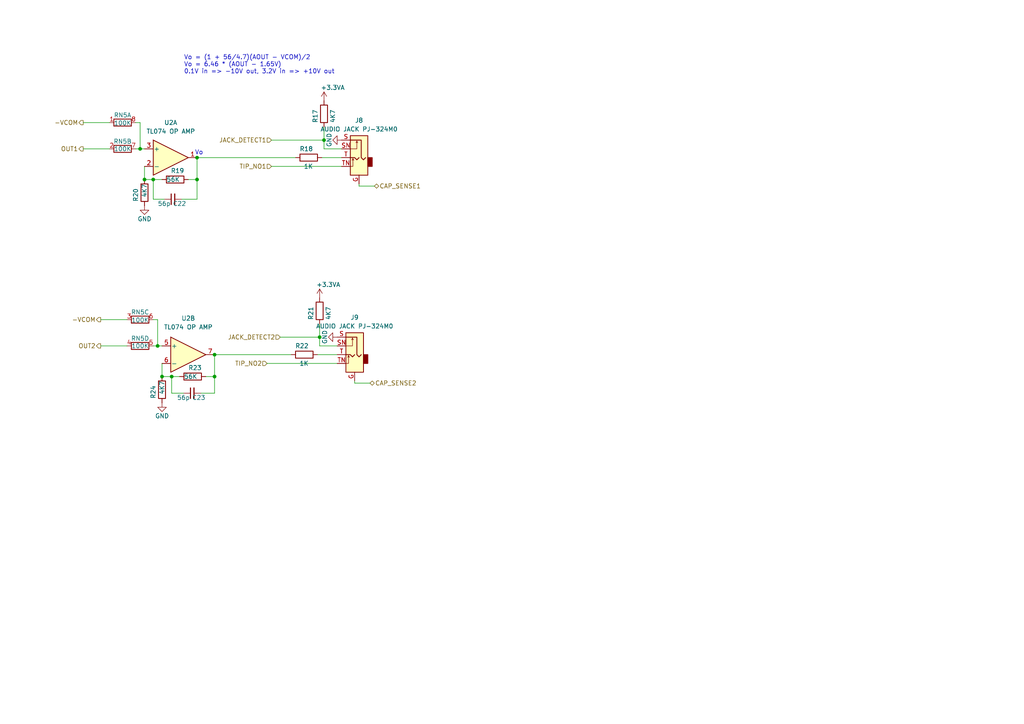
<source format=kicad_sch>
(kicad_sch (version 20230121) (generator eeschema)
  (paper "A4")
  (lib_symbols
    (symbol "Amplifier_Operational:TL074" (pin_names (offset 0.127))
      (property "Reference" "U" (at 0 5.08 0))
      (property "Value" "TL074" (at 0 -5.08 0))
      (symbol "TL074_1_1"
        (polyline (pts (xy -5.08 5.08) (xy 5.08 0) (xy -5.08 -5.08) (xy -5.08 5.08)) (stroke (width 0.254)) (fill (type background)))
        (pin output line (at 7.62 0 180) (length 2.54) (name "~") (number "1"))
        (pin input line (at -7.62 -2.54 0) (length 2.54) (name "-") (number "2"))
        (pin input line (at -7.62 2.54 0) (length 2.54) (name "+") (number "3"))
      )
      (symbol "TL074_2_1"
        (polyline (pts (xy -5.08 5.08) (xy 5.08 0) (xy -5.08 -5.08) (xy -5.08 5.08)) (stroke (width 0.254)) (fill (type background)))
        (pin input line (at -7.62 2.54 0) (length 2.54) (name "+") (number "5"))
        (pin input line (at -7.62 -2.54 0) (length 2.54) (name "-") (number "6"))
        (pin output line (at 7.62 0 180) (length 2.54) (name "~") (number "7"))
      )
      (symbol "TL074_3_1"
        (polyline (pts (xy -5.08 5.08) (xy 5.08 0) (xy -5.08 -5.08) (xy -5.08 5.08)) (stroke (width 0.254)) (fill (type background)))
        (pin input line (at -7.62 2.54 0) (length 2.54) (name "+") (number "10"))
        (pin output line (at 7.62 0 180) (length 2.54) (name "~") (number "8"))
        (pin input line (at -7.62 -2.54 0) (length 2.54) (name "-") (number "9"))
      )
      (symbol "TL074_4_1"
        (polyline (pts (xy -5.08 5.08) (xy 5.08 0) (xy -5.08 -5.08) (xy -5.08 5.08)) (stroke (width 0.254)) (fill (type background)))
        (pin input line (at -7.62 2.54 0) (length 2.54) (name "+") (number "12"))
        (pin input line (at -7.62 -2.54 0) (length 2.54) (name "-") (number "13"))
        (pin output line (at 7.62 0 180) (length 2.54) (name "~") (number "14"))
      )
      (symbol "TL074_5_1"
        (pin power_in line (at -2.54 -7.62 90) (length 3.81) (name "V-") (number "11"))
        (pin power_in line (at -2.54 7.62 270) (length 3.81) (name "V+") (number "4"))
      )
    )
    (symbol "Connector:AudioJack2_Ground_Switch"
      (property "Reference" "J" (at 0 11.43 0))
      (property "Value" "AudioJack2_Ground_Switch" (at 0 8.89 0))
      (symbol "AudioJack2_Ground_Switch_0_1"
        (rectangle (start -2.54 -2.54) (end -3.81 0) (stroke (width 0.254)) (fill (type outline)))
        (rectangle (start 2.54 6.35) (end -2.54 -5.08) (stroke (width 0.254)) (fill (type background)))
      )
      (symbol "AudioJack2_Ground_Switch_1_1"
        (polyline (pts (xy 0.635 4.826) (xy 0.889 4.318)))
        (polyline (pts (xy 1.778 -0.254) (xy 2.032 -0.762)))
        (polyline (pts (xy 0 0) (xy 0.635 -0.635) (xy 1.27 0) (xy 2.54 0)) (stroke (width 0.254)))
        (polyline (pts (xy 2.54 -2.54) (xy 1.778 -2.54) (xy 1.778 -0.254) (xy 1.524 -0.762)))
        (polyline (pts (xy 2.54 2.54) (xy 0.635 2.54) (xy 0.635 4.826) (xy 0.381 4.318)))
        (polyline (pts (xy 2.54 5.08) (xy -0.635 5.08) (xy -0.635 0) (xy -1.27 -0.635) (xy -1.905 0)) (stroke (width 0.254)))
        (pin passive line (at 0 -7.62 90) (length 2.54) (name "~") (number "G"))
        (pin passive line (at 5.08 5.08 180) (length 2.54) (name "~") (number "S"))
        (pin passive line (at 5.08 2.54 180) (length 2.54) (name "~") (number "SN"))
        (pin passive line (at 5.08 0 180) (length 2.54) (name "~") (number "T"))
        (pin passive line (at 5.08 -2.54 180) (length 2.54) (name "~") (number "TN"))
      )
    )
    (symbol "Device:C_Small" (pin_numbers hide) (pin_names (offset 0.254) hide)
      (property "Reference" "C" (at 0.254 1.778 0))
      (property "Value" "C_Small" (at 0.254 -2.032 0))
      (symbol "C_Small_0_1"
        (polyline (pts (xy -1.524 -0.508) (xy 1.524 -0.508)) (stroke (width 0.3302)))
        (polyline (pts (xy -1.524 0.508) (xy 1.524 0.508)) (stroke (width 0.3048)))
      )
      (symbol "C_Small_1_1"
        (pin passive line (at 0 2.54 270) (length 2.032) (name "~") (number "1"))
        (pin passive line (at 0 -2.54 90) (length 2.032) (name "~") (number "2"))
      )
    )
    (symbol "Device:R" (pin_numbers hide) (pin_names (offset 0))
      (property "Reference" "R" (at 2.032 0 90))
      (property "Value" "R" (at 0 0 90))
      (symbol "R_0_1"
        (rectangle (start -1.016 -2.54) (end 1.016 2.54) (stroke (width 0.254)))
      )
      (symbol "R_1_1"
        (pin passive line (at 0 3.81 270) (length 1.27) (name "~") (number "1"))
        (pin passive line (at 0 -3.81 90) (length 1.27) (name "~") (number "2"))
      )
    )
    (symbol "Device:R_Pack04_Split" (pin_names (offset 0) hide)
      (property "Reference" "RN" (at 2.032 0 90))
      (property "Value" "R_Pack04_Split" (at 0 0 90))
      (symbol "R_Pack04_Split_0_1"
        (rectangle (start 1.016 2.54) (end -1.016 -2.54) (stroke (width 0.254)))
      )
      (symbol "R_Pack04_Split_1_1"
        (pin passive line (at 0 -3.81 90) (length 1.27) (name "R1.1") (number "1"))
        (pin passive line (at 0 3.81 270) (length 1.27) (name "R1.2") (number "8"))
      )
      (symbol "R_Pack04_Split_2_1"
        (pin passive line (at 0 -3.81 90) (length 1.27) (name "R2.1") (number "2"))
        (pin passive line (at 0 3.81 270) (length 1.27) (name "R2.2") (number "7"))
      )
      (symbol "R_Pack04_Split_3_1"
        (pin passive line (at 0 -3.81 90) (length 1.27) (name "R3.1") (number "3"))
        (pin passive line (at 0 3.81 270) (length 1.27) (name "R3.2") (number "6"))
      )
      (symbol "R_Pack04_Split_4_1"
        (pin passive line (at 0 -3.81 90) (length 1.27) (name "R4.1") (number "4"))
        (pin passive line (at 0 3.81 270) (length 1.27) (name "R4.2") (number "5"))
      )
    )
    (symbol "power:+3.3VA" (power) (pin_names (offset 0))
      (property "Value" "+3.3VA" (at 0 3.556 0))
      (symbol "+3.3VA_0_1"
        (polyline (pts (xy -0.762 1.27) (xy 0 2.54)))
        (polyline (pts (xy 0 0) (xy 0 2.54)))
        (polyline (pts (xy 0 2.54) (xy 0.762 1.27)))
      )
      (symbol "+3.3VA_1_1"
        (pin power_in line (at 0 0 90) (length 0) hide (name "+3.3VA") (number "1"))
      )
    )
    (symbol "power:GND" (power) (pin_names (offset 0))
      (property "Value" "GND" (at 0 -3.81 0))
      (symbol "GND_0_1"
        (polyline (pts (xy 0 0) (xy 0 -1.27) (xy 1.27 -1.27) (xy 0 -2.54) (xy -1.27 -1.27) (xy 0 -1.27)))
      )
      (symbol "GND_1_1"
        (pin power_in line (at 0 0 270) (length 0) hide (name "GND") (number "1"))
      )
    )
  )
  (junction (at 46.99 109.22))
  (junction (at 62.23 102.87))
  (junction (at 62.23 109.22))
  (junction (at 57.15 52.07))
  (junction (at 57.15 45.72))
  (junction (at 45.72 100.33))
  (junction (at 92.71 97.79))
  (junction (at 40.64 43.18))
  (junction (at 44.45 52.07))
  (junction (at 49.7891 109.22))
  (junction (at 93.98 40.64))
  (junction (at 41.91 52.07))
  (wire (pts (xy 46.99 109.22) (xy 46.99 105.41)))
  (wire (pts (xy 92.71 100.33) (xy 92.71 97.79)))
  (wire (pts (xy 24.13 43.18) (xy 31.75 43.18)))
  (wire (pts (xy 49.7891 114.046) (xy 49.7891 109.22)))
  (wire (pts (xy 57.15 52.07) (xy 57.15 45.72)))
  (wire (pts (xy 45.72 100.33) (xy 46.99 100.33)))
  (wire (pts (xy 45.72 92.71) (xy 45.72 100.33)))
  (wire (pts (xy 47.625 57.785) (xy 44.45 57.785)))
  (wire (pts (xy 24.13 35.56) (xy 31.75 35.56)))
  (wire (pts (xy 92.075 102.87) (xy 97.79 102.87)))
  (wire (pts (xy 46.99 52.07) (xy 44.45 52.07)))
  (wire (pts (xy 40.64 35.56) (xy 40.64 43.18)))
  (wire (pts (xy 40.64 43.18) (xy 41.91 43.18)))
  (wire (pts (xy 44.45 52.07) (xy 41.91 52.07)))
  (wire (pts (xy 93.98 43.18) (xy 99.06 43.18)))
  (wire (pts (xy 39.37 35.56) (xy 40.64 35.56)))
  (wire (pts (xy 62.23 102.87) (xy 84.455 102.87)))
  (wire (pts (xy 92.71 97.79) (xy 92.71 93.98)))
  (wire (pts (xy 92.71 100.33) (xy 97.79 100.33)))
  (wire (pts (xy 93.98 40.64) (xy 93.98 36.83)))
  (wire (pts (xy 39.37 43.18) (xy 40.64 43.18)))
  (wire (pts (xy 41.91 52.07) (xy 41.91 48.26)))
  (wire (pts (xy 49.7891 109.22) (xy 46.99 109.22)))
  (wire (pts (xy 44.45 92.71) (xy 45.72 92.71)))
  (wire (pts (xy 53.213 114.046) (xy 49.7891 114.046)))
  (wire (pts (xy 108.585 53.975) (xy 104.14 53.975)))
  (wire (pts (xy 99.06 48.26) (xy 78.74 48.26)))
  (wire (pts (xy 62.23 114.046) (xy 62.23 109.22)))
  (wire (pts (xy 52.705 57.785) (xy 57.15 57.785)))
  (wire (pts (xy 59.69 109.22) (xy 62.23 109.22)))
  (wire (pts (xy 57.15 57.785) (xy 57.15 52.07)))
  (wire (pts (xy 57.15 45.72) (xy 85.725 45.72)))
  (wire (pts (xy 62.23 109.22) (xy 62.23 102.87)))
  (wire (pts (xy 54.61 52.07) (xy 57.15 52.07)))
  (wire (pts (xy 102.87 110.49) (xy 102.87 111.125)))
  (wire (pts (xy 107.315 111.125) (xy 102.87 111.125)))
  (wire (pts (xy 29.21 100.33) (xy 36.83 100.33)))
  (wire (pts (xy 78.74 40.64) (xy 93.98 40.64)))
  (wire (pts (xy 29.21 92.71) (xy 36.83 92.71)))
  (wire (pts (xy 81.28 97.79) (xy 92.71 97.79)))
  (wire (pts (xy 93.98 43.18) (xy 93.98 40.64)))
  (wire (pts (xy 44.45 100.33) (xy 45.72 100.33)))
  (wire (pts (xy 104.14 53.34) (xy 104.14 53.975)))
  (wire (pts (xy 58.293 114.046) (xy 62.23 114.046)))
  (wire (pts (xy 93.345 45.72) (xy 99.06 45.72)))
  (wire (pts (xy 44.45 57.785) (xy 44.45 52.07)))
  (wire (pts (xy 52.07 109.22) (xy 49.7891 109.22)))
  (wire (pts (xy 97.79 105.41) (xy 77.47 105.41)))
  (text "Vo" (at 56.515 45.085 0) (effects (font (size 1.27 1.27)) (justify left bottom)))
  (text "Vo = (1 + 56/4.7)(AOUT - VCOM)/2\nVo = 6.46 * (AOUT - 1.65V)\n0.1V in => -10V out, 3.2V in => +10V out" (at 53.34 21.59 0) (effects (font (size 1.27 1.27)) (justify left bottom)))
  (hierarchical_label "CAP_SENSE1" (shape bidirectional) (at 108.585 53.975 0))
  (hierarchical_label "TIP_NO1" (shape input) (at 78.74 48.26 180))
  (hierarchical_label "TIP_NO2" (shape input) (at 77.47 105.41 180))
  (hierarchical_label "OUT1" (shape output) (at 24.13 43.18 180))
  (hierarchical_label "-VCOM" (shape output) (at 29.21 92.71 180))
  (hierarchical_label "-VCOM" (shape output) (at 24.13 35.56 180))
  (hierarchical_label "CAP_SENSE2" (shape bidirectional) (at 107.315 111.125 0))
  (hierarchical_label "OUT2" (shape output) (at 29.21 100.33 180))
  (hierarchical_label "JACK_DETECT2" (shape input) (at 81.28 97.79 180))
  (hierarchical_label "JACK_DETECT1" (shape input) (at 78.74 40.64 180))
  (symbol (lib_id "Device:R") (at 92.71 90.17 180) (unit 1)
    (property "Reference" "R21" (at 90.17 88.9 90) (effects (justify left)))
    (property "Value" "4K7" (at 95.25 88.9 90) (effects (justify left)))
    (property "Footprint" "Resistor_SMD:R_0402_1005Metric" (effects hide))
    (property "Datasheet" "https://datasheet.lcsc.com/lcsc/1809041728_YAGEO-RC0402FR-074K7L_C105871.pdf" (effects hide))
    (property "lcsc#" "C105871" (effects hide))
    (property "mfg#" "RC0402FR-074K7L" (effects hide))
    (instances (project "eurorack-pmod-pcb" (path "" (reference "R21") (unit 1)) (path "" (reference "R29") (unit 1))))
  )
  (symbol (lib_id "Device:R_Pack04_Split") (at 40.64 92.71 270) (unit 3)
    (property "Reference" "RN5" (at 40.64 90.551 90))
    (property "Value" "100K" (at 40.64 92.837 90))
    (property "Footprint" "Resistor_SMD:R_Array_Convex_4x0402" (effects hide))
    (property "Datasheet" "https://datasheet.lcsc.com/lcsc/1811141451_YAGEO-YC124-FR-07100KL_C326786.pdf" (effects hide))
    (property "mfg#" "YC124-FR-07100KL" (effects hide))
    (property "lcsc#" "C326786" (effects hide))
    (instances (project "eurorack-pmod-pcb" (path "" (reference "RN5") (unit 3)) (path "" (reference "RN6") (unit 3))))
  )
  (symbol (lib_id "Device:R_Pack04_Split") (at 40.64 100.33 270) (unit 4)
    (property "Reference" "RN5" (at 40.64 98.171 90))
    (property "Value" "100K" (at 40.64 100.33 90))
    (property "Footprint" "Resistor_SMD:R_Array_Convex_4x0402" (effects hide))
    (property "Datasheet" "https://datasheet.lcsc.com/lcsc/1811141451_YAGEO-YC124-FR-07100KL_C326786.pdf" (effects hide))
    (property "mfg#" "YC124-FR-07100KL" (effects hide))
    (property "lcsc#" "C326786" (effects hide))
    (instances (project "eurorack-pmod-pcb" (path "" (reference "RN5") (unit 4)) (path "" (reference "RN6") (unit 4))))
  )
  (symbol (lib_id "power:GND") (at 97.79 97.79 270) (mirror x) (unit 1)
    (property "Reference" "#PWR084" (effects hide))
    (property "Value" "GND" (at 94.2028 99.8064 0) (effects (justify left)))
    (instances (project "eurorack-pmod-pcb" (path "" (reference "#PWR084") (unit 1)) (path "" (reference "#PWR092") (unit 1))))
  )
  (symbol (lib_id "Device:R_Pack04_Split") (at 35.56 43.18 270) (unit 2)
    (property "Reference" "RN5" (at 35.56 41.021 90))
    (property "Value" "100K" (at 35.56 43.18 90))
    (property "Footprint" "Resistor_SMD:R_Array_Convex_4x0402" (effects hide))
    (property "Datasheet" "https://datasheet.lcsc.com/lcsc/1811141451_YAGEO-YC124-FR-07100KL_C326786.pdf" (effects hide))
    (property "mfg#" "YC124-FR-07100KL" (effects hide))
    (property "lcsc#" "C326786" (effects hide))
    (instances (project "eurorack-pmod-pcb" (path "" (reference "RN5") (unit 2)) (path "" (reference "RN6") (unit 2))))
  )
  (symbol (lib_id "Device:R") (at 46.99 113.03 180) (unit 1)
    (property "Reference" "R24" (at 44.45 111.76 90) (effects (justify left)))
    (property "Value" "4K7" (at 46.99 110.49 90) (effects (justify left)))
    (property "Footprint" "Resistor_SMD:R_0402_1005Metric" (effects hide))
    (property "Datasheet" "https://datasheet.lcsc.com/lcsc/1809041728_YAGEO-RC0402FR-074K7L_C105871.pdf" (effects hide))
    (property "lcsc#" "C105871" (effects hide))
    (property "mfg#" "RC0402FR-074K7L" (effects hide))
    (instances (project "eurorack-pmod-pcb" (path "" (reference "R24") (unit 1)) (path "" (reference "R32") (unit 1))))
  )
  (symbol (lib_id "Device:R") (at 89.535 45.72 90) (unit 1)
    (property "Reference" "R18" (at 90.805 43.18 90) (effects (justify left)))
    (property "Value" "1K" (at 90.805 48.26 90) (effects (justify left)))
    (property "Footprint" "Resistor_SMD:R_0603_1608Metric" (effects hide))
    (property "Datasheet" "https://datasheet.lcsc.com/lcsc/1810182020_YAGEO-RC0603FR-071KL_C22548.pdf" (effects hide))
    (property "lcsc#" "C22548" (effects hide))
    (property "mfg#" "RC0603FR-071KL" (effects hide))
    (instances (project "eurorack-pmod-pcb" (path "" (reference "R18") (unit 1)) (path "" (reference "R26") (unit 1))))
  )
  (symbol (lib_id "power:GND") (at 41.91 59.69 0) (unit 1)
    (property "Reference" "#PWR082" (effects hide))
    (property "Value" "GND" (at 39.878 63.5 0) (effects (justify left)))
    (instances (project "eurorack-pmod-pcb" (path "" (reference "#PWR082") (unit 1)) (path "" (reference "#PWR090") (unit 1))))
  )
  (symbol (lib_id "Connector:AudioJack2_Ground_Switch") (at 104.14 45.72 0) (mirror y) (unit 1)
    (property "Reference" "J8" (at 104.14 34.925 0))
    (property "Value" "AUDIO JACK PJ-324M0" (at 104.14 37.465 0))
    (property "Footprint" "AudioJacksFixed:pj324m" (effects hide))
    (property "Datasheet" "https://datasheet.lcsc.com/lcsc/2110120730_XKB-Connectivity-PJ-324M0_C2884986.pdf" (effects hide))
    (property "lcsc#" "C2884986" (effects hide))
    (property "mfg#" "PJ-324M0" (effects hide))
    (instances (project "eurorack-pmod-pcb" (path "" (reference "J8") (unit 1)) (path "" (reference "J10") (unit 1))))
  )
  (symbol (lib_id "Connector:AudioJack2_Ground_Switch") (at 102.87 102.87 0) (mirror y) (unit 1)
    (property "Reference" "J9" (at 102.87 92.075 0))
    (property "Value" "AUDIO JACK PJ-324M0" (at 102.87 94.615 0))
    (property "Footprint" "AudioJacksFixed:pj324m" (effects hide))
    (property "Datasheet" "https://datasheet.lcsc.com/lcsc/2110120730_XKB-Connectivity-PJ-324M0_C2884986.pdf" (effects hide))
    (property "lcsc#" "C2884986" (effects hide))
    (property "mfg#" "PJ-324M0" (effects hide))
    (instances (project "eurorack-pmod-pcb" (path "" (reference "J9") (unit 1)) (path "" (reference "J11") (unit 1))))
  )
  (symbol (lib_id "Device:R") (at 93.98 33.02 180) (unit 1)
    (property "Reference" "R17" (at 91.44 31.75 90) (effects (justify left)))
    (property "Value" "4K7" (at 96.52 31.75 90) (effects (justify left)))
    (property "Footprint" "Resistor_SMD:R_0402_1005Metric" (effects hide))
    (property "Datasheet" "https://datasheet.lcsc.com/lcsc/1809041728_YAGEO-RC0402FR-074K7L_C105871.pdf" (effects hide))
    (property "lcsc#" "C105871" (effects hide))
    (property "mfg#" "RC0402FR-074K7L" (effects hide))
    (instances (project "eurorack-pmod-pcb" (path "" (reference "R17") (unit 1)) (path "" (reference "R25") (unit 1))))
  )
  (symbol (lib_id "Device:R") (at 50.8 52.07 270) (unit 1)
    (property "Reference" "R19" (at 49.53 49.53 90) (effects (justify left)))
    (property "Value" "56K" (at 48.26 52.07 90) (effects (justify left)))
    (property "Footprint" "Resistor_SMD:R_0402_1005Metric" (effects hide))
    (property "Datasheet" "https://datasheet.lcsc.com/lcsc/1809041728_YAGEO-RC0402FR-074K7L_C105871.pdf" (effects hide))
    (property "lcsc#" "C114756" (effects hide))
    (property "mfg#" "RC0402FR-0756KL" (effects hide))
    (instances (project "eurorack-pmod-pcb" (path "" (reference "R19") (unit 1)) (path "" (reference "R27") (unit 1))))
  )
  (symbol (lib_id "power:GND") (at 99.06 40.64 270) (mirror x) (unit 1)
    (property "Reference" "#PWR080" (effects hide))
    (property "Value" "GND" (at 95.4728 42.6564 0) (effects (justify left)))
    (instances (project "eurorack-pmod-pcb" (path "" (reference "#PWR080") (unit 1)) (path "" (reference "#PWR088") (unit 1))))
  )
  (symbol (lib_id "Device:R") (at 41.91 55.88 180) (unit 1)
    (property "Reference" "R20" (at 39.37 54.61 90) (effects (justify left)))
    (property "Value" "4K7" (at 41.91 53.34 90) (effects (justify left)))
    (property "Footprint" "Resistor_SMD:R_0402_1005Metric" (effects hide))
    (property "Datasheet" "https://datasheet.lcsc.com/lcsc/1809041728_YAGEO-RC0402FR-074K7L_C105871.pdf" (effects hide))
    (property "lcsc#" "C105871" (effects hide))
    (property "mfg#" "RC0402FR-074K7L" (effects hide))
    (instances (project "eurorack-pmod-pcb" (path "" (reference "R20") (unit 1)) (path "" (reference "R28") (unit 1))))
  )
  (symbol (lib_id "Amplifier_Operational:TL074") (at 54.61 102.87 0) (unit 2)
    (property "Reference" "U2" (at 54.61 92.329 0))
    (property "Value" "TL074 OP AMP" (at 54.61 94.869 0))
    (property "Footprint" "Package_SO:SOIC-14_3.9x8.7mm_P1.27mm" (effects hide))
    (property "Datasheet" "http://www.ti.com/lit/ds/symlink/tl071.pdf" (effects hide))
    (property "dig#" "497-2204-1-ND" (effects hide))
    (property "mfg#" "TL074CDT" (effects hide))
    (property "lcsc#" "C6963" (effects hide))
    (instances (project "eurorack-pmod-pcb" (path "" (reference "U2") (unit 2)) (path "" (reference "U2") (unit 4))))
  )
  (symbol (lib_id "Device:R") (at 55.88 109.22 270) (unit 1)
    (property "Reference" "R23" (at 54.61 106.68 90) (effects (justify left)))
    (property "Value" "56K" (at 53.34 109.22 90) (effects (justify left)))
    (property "Footprint" "Resistor_SMD:R_0402_1005Metric" (effects hide))
    (property "Datasheet" "https://datasheet.lcsc.com/lcsc/1809041728_YAGEO-RC0402FR-074K7L_C105871.pdf" (effects hide))
    (property "lcsc#" "C114756" (effects hide))
    (property "mfg#" "RC0402FR-0756KL" (effects hide))
    (instances (project "eurorack-pmod-pcb" (path "" (reference "R23") (unit 1)) (path "" (reference "R31") (unit 1))))
  )
  (symbol (lib_id "Device:R_Pack04_Split") (at 35.56 35.56 270) (unit 1)
    (property "Reference" "RN5" (at 35.56 33.401 90))
    (property "Value" "100K" (at 35.56 35.687 90))
    (property "Footprint" "Resistor_SMD:R_Array_Convex_4x0402" (effects hide))
    (property "Datasheet" "https://datasheet.lcsc.com/lcsc/1811141451_YAGEO-YC124-FR-07100KL_C326786.pdf" (effects hide))
    (property "mfg#" "YC124-FR-07100KL" (effects hide))
    (property "lcsc#" "C326786" (effects hide))
    (instances (project "eurorack-pmod-pcb" (path "" (reference "RN5") (unit 1)) (path "" (reference "RN6") (unit 1))))
  )
  (symbol (lib_id "power:+3.3VA") (at 92.71 86.36 0) (unit 1)
    (property "Reference" "#PWR083" (effects hide))
    (property "Value" "+3.3VA" (at 95.25 82.55 0))
    (instances (project "eurorack-pmod-pcb" (path "" (reference "#PWR083") (unit 1)) (path "" (reference "#PWR091") (unit 1))))
  )
  (symbol (lib_id "power:GND") (at 46.99 116.84 0) (unit 1)
    (property "Reference" "#PWR086" (effects hide))
    (property "Value" "GND" (at 44.958 120.65 0) (effects (justify left)))
    (instances (project "eurorack-pmod-pcb" (path "" (reference "#PWR086") (unit 1)) (path "" (reference "#PWR094") (unit 1))))
  )
  (symbol (lib_id "Device:R") (at 88.265 102.87 90) (unit 1)
    (property "Reference" "R22" (at 89.535 100.33 90) (effects (justify left)))
    (property "Value" "1K" (at 89.535 105.41 90) (effects (justify left)))
    (property "Footprint" "Resistor_SMD:R_0603_1608Metric" (effects hide))
    (property "Datasheet" "https://datasheet.lcsc.com/lcsc/1810182020_YAGEO-RC0603FR-071KL_C22548.pdf" (effects hide))
    (property "lcsc#" "C22548" (effects hide))
    (property "mfg#" "RC0603FR-071KL" (effects hide))
    (instances (project "eurorack-pmod-pcb" (path "" (reference "R22") (unit 1)) (path "" (reference "R30") (unit 1))))
  )
  (symbol (lib_id "Amplifier_Operational:TL074") (at 49.53 45.72 0) (unit 1)
    (property "Reference" "U2" (at 49.53 35.56 0))
    (property "Value" "TL074 OP AMP" (at 49.53 38.1 0))
    (property "Footprint" "Package_SO:SOIC-14_3.9x8.7mm_P1.27mm" (effects hide))
    (property "Datasheet" "http://www.ti.com/lit/ds/symlink/tl071.pdf" (effects hide))
    (property "dig#" "497-2204-1-ND" (effects hide))
    (property "mfg#" "TL074CDT" (effects hide))
    (property "lcsc#" "C6963" (effects hide))
    (instances (project "eurorack-pmod-pcb" (path "" (reference "U2") (unit 1)) (path "" (reference "U2") (unit 3))))
  )
  (symbol (lib_id "Device:C_Small") (at 50.165 57.785 90) (unit 1)
    (property "Reference" "C22" (at 52.07 59.055 90))
    (property "Value" "56p" (at 47.625 59.055 90))
    (property "Footprint" "Capacitor_SMD:C_0402_1005Metric" (effects hide))
    (property "Datasheet" "https://datasheet.lcsc.com/lcsc/2005262133_YAGEO-CC0402FRNPO9BN560_C526981.pdf" (effects hide))
    (property "lcsc#" "C526981" (effects hide))
    (property "mfg#" "CC0402FRNPO9BN560" (effects hide))
    (instances (project "eurorack-pmod-pcb" (path "" (reference "C22") (unit 1)) (path "" (reference "C24") (unit 1))))
  )
  (symbol (lib_id "Device:C_Small") (at 55.753 114.046 90) (unit 1)
    (property "Reference" "C23" (at 57.658 115.316 90))
    (property "Value" "56p" (at 53.213 115.316 90))
    (property "Footprint" "Capacitor_SMD:C_0402_1005Metric" (effects hide))
    (property "Datasheet" "https://datasheet.lcsc.com/lcsc/2005262133_YAGEO-CC0402FRNPO9BN560_C526981.pdf" (effects hide))
    (property "lcsc#" "C526981" (effects hide))
    (property "mfg#" "CC0402FRNPO9BN560" (effects hide))
    (instances (project "eurorack-pmod-pcb" (path "" (reference "C23") (unit 1)) (path "" (reference "C25") (unit 1))))
  )
  (symbol (lib_id "power:+3.3VA") (at 93.98 29.21 0) (unit 1)
    (property "Reference" "#PWR079" (effects hide))
    (property "Value" "+3.3VA" (at 96.52 25.4 0))
    (instances (project "eurorack-pmod-pcb" (path "" (reference "#PWR079") (unit 1)) (path "" (reference "#PWR087") (unit 1))))
  )
)
</source>
